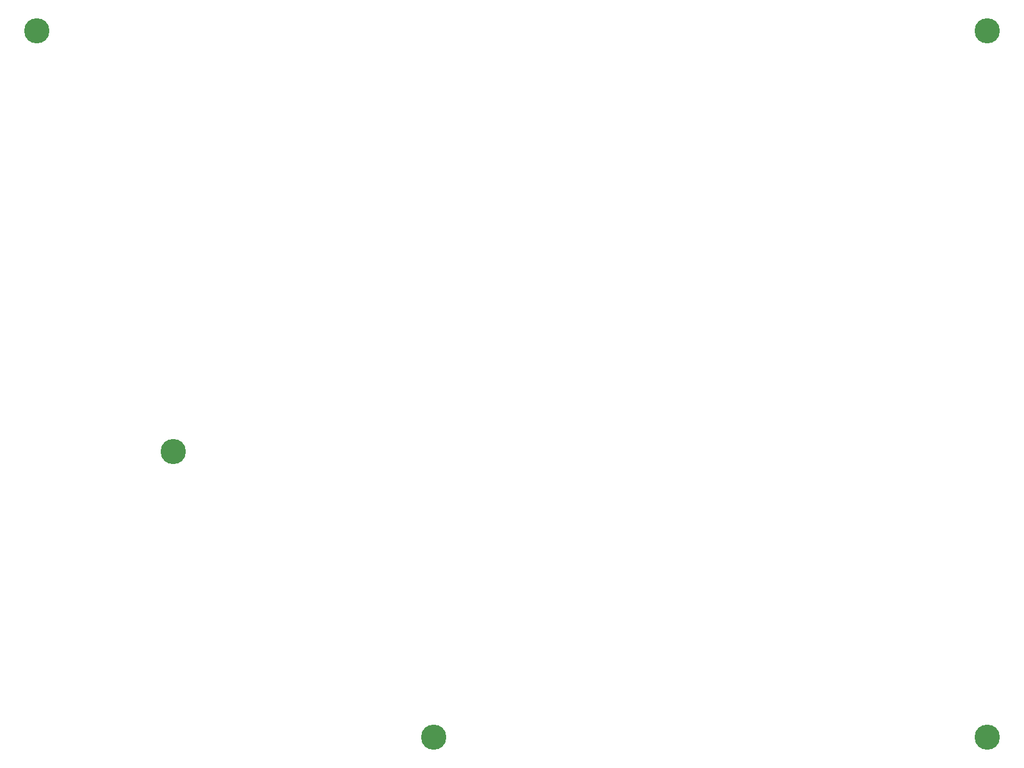
<source format=gbr>
%TF.GenerationSoftware,KiCad,Pcbnew,(7.0.0-0)*%
%TF.CreationDate,2023-03-05T23:10:03+09:00*%
%TF.ProjectId,11111_plates,31313131-315f-4706-9c61-7465732e6b69,rev?*%
%TF.SameCoordinates,Original*%
%TF.FileFunction,Soldermask,Bot*%
%TF.FilePolarity,Negative*%
%FSLAX46Y46*%
G04 Gerber Fmt 4.6, Leading zero omitted, Abs format (unit mm)*
G04 Created by KiCad (PCBNEW (7.0.0-0)) date 2023-03-05 23:10:03*
%MOMM*%
%LPD*%
G01*
G04 APERTURE LIST*
%ADD10C,3.600000*%
G04 APERTURE END LIST*
D10*
%TO.C,REF\u002A\u002A*%
X171520000Y-242776051D03*
%TD*%
%TO.C,REF\u002A\u002A*%
X92480000Y-242776051D03*
%TD*%
%TO.C,REF\u002A\u002A*%
X171520000Y-141876051D03*
%TD*%
%TO.C,REF\u002A\u002A*%
X35900000Y-141876051D03*
%TD*%
%TO.C,REF\u002A\u002A*%
X55380000Y-201936051D03*
%TD*%
M02*

</source>
